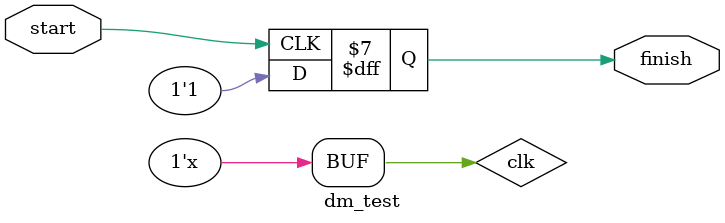
<source format=v>
`timescale 1ns/ 1ns

module dm_test(start, finish);
    input start;
    output reg finish;

    // tested module I/O
    reg clk, we;
    reg [31:0] din;
    reg [13:0] addr;
    wire [31:0] dout;

    // local variables
    integer i;
    parameter base = 9;

    dm_12k dm1 (
        .clk(clk),
        .we(we),
        .din(din),
        .addr(addr),
        .dout(dout)
    );

    initial begin
        finish = 0; clk = 0;
    end

always @(posedge start) begin
        /*$display(" *DM test started.");*/
        
        
        /*$display("    Write test.");*/
        we = 1;
        for (i=0;i<10;i=i+1) begin
            addr = i*4;
            din = base**i;
            #10;
            /*$display("      test(#%d):dm[%d]<-%h == %h",i, addr, din, dout);*/
				/*$stop;*/
            // if(~(din === dout)) /*$display("Assertion Error");*/
        end

        /*$display("    Read test.");*/
        we = 0;
        for (i=0;i<10;i=i+1) begin
            addr = (9-i)*4;
            din = 0;
            #10;
            /*$display("      test(#%d):dm[%d]->%h == %h",i, addr, dout, base**(9-i));*/
            // if(~(base**(9-i) === dout)) /*$display("Assertion Error");*/
        end

        /*$display(" *DM test finished.");*/
        finish = 1;
    end

    always begin
        #5 clk = ~clk;
    end

endmodule
</source>
